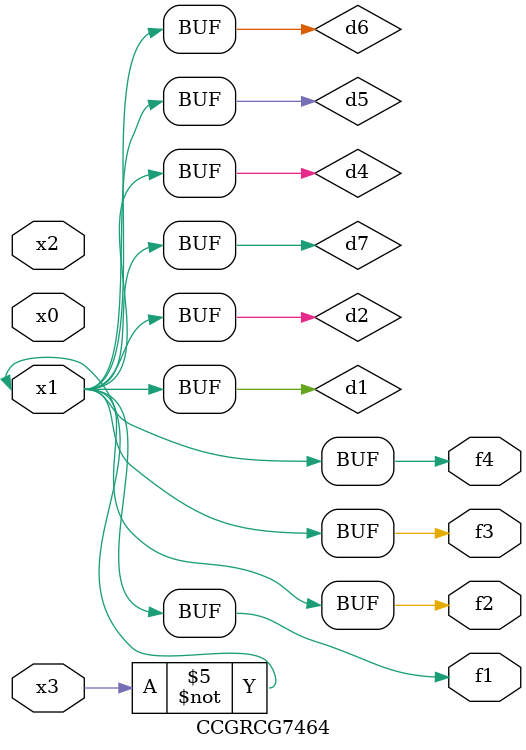
<source format=v>
module CCGRCG7464(
	input x0, x1, x2, x3,
	output f1, f2, f3, f4
);

	wire d1, d2, d3, d4, d5, d6, d7;

	not (d1, x3);
	buf (d2, x1);
	xnor (d3, d1, d2);
	nor (d4, d1);
	buf (d5, d1, d2);
	buf (d6, d4, d5);
	nand (d7, d4);
	assign f1 = d6;
	assign f2 = d7;
	assign f3 = d6;
	assign f4 = d6;
endmodule

</source>
